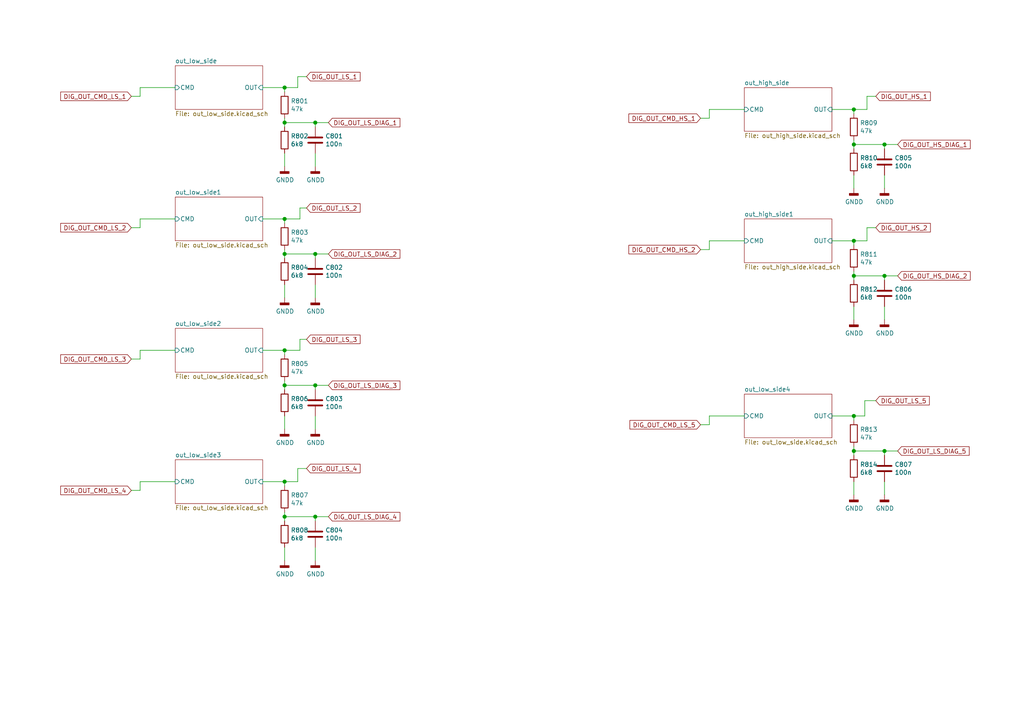
<source format=kicad_sch>
(kicad_sch (version 20211123) (generator eeschema)

  (uuid 6360b7c5-a6d7-4180-8e80-6bad8f9ab2ed)

  (paper "A4")

  (lib_symbols
    (symbol "Device:C" (pin_numbers hide) (pin_names (offset 0.254)) (in_bom yes) (on_board yes)
      (property "Reference" "C" (id 0) (at 0.635 2.54 0)
        (effects (font (size 1.27 1.27)) (justify left))
      )
      (property "Value" "C" (id 1) (at 0.635 -2.54 0)
        (effects (font (size 1.27 1.27)) (justify left))
      )
      (property "Footprint" "" (id 2) (at 0.9652 -3.81 0)
        (effects (font (size 1.27 1.27)) hide)
      )
      (property "Datasheet" "~" (id 3) (at 0 0 0)
        (effects (font (size 1.27 1.27)) hide)
      )
      (property "ki_keywords" "cap capacitor" (id 4) (at 0 0 0)
        (effects (font (size 1.27 1.27)) hide)
      )
      (property "ki_description" "Unpolarized capacitor" (id 5) (at 0 0 0)
        (effects (font (size 1.27 1.27)) hide)
      )
      (property "ki_fp_filters" "C_*" (id 6) (at 0 0 0)
        (effects (font (size 1.27 1.27)) hide)
      )
      (symbol "C_0_1"
        (polyline
          (pts
            (xy -2.032 -0.762)
            (xy 2.032 -0.762)
          )
          (stroke (width 0.508) (type default) (color 0 0 0 0))
          (fill (type none))
        )
        (polyline
          (pts
            (xy -2.032 0.762)
            (xy 2.032 0.762)
          )
          (stroke (width 0.508) (type default) (color 0 0 0 0))
          (fill (type none))
        )
      )
      (symbol "C_1_1"
        (pin passive line (at 0 3.81 270) (length 2.794)
          (name "~" (effects (font (size 1.27 1.27))))
          (number "1" (effects (font (size 1.27 1.27))))
        )
        (pin passive line (at 0 -3.81 90) (length 2.794)
          (name "~" (effects (font (size 1.27 1.27))))
          (number "2" (effects (font (size 1.27 1.27))))
        )
      )
    )
    (symbol "Device:R" (pin_numbers hide) (pin_names (offset 0)) (in_bom yes) (on_board yes)
      (property "Reference" "R" (id 0) (at 2.032 0 90)
        (effects (font (size 1.27 1.27)))
      )
      (property "Value" "R" (id 1) (at 0 0 90)
        (effects (font (size 1.27 1.27)))
      )
      (property "Footprint" "" (id 2) (at -1.778 0 90)
        (effects (font (size 1.27 1.27)) hide)
      )
      (property "Datasheet" "~" (id 3) (at 0 0 0)
        (effects (font (size 1.27 1.27)) hide)
      )
      (property "ki_keywords" "R res resistor" (id 4) (at 0 0 0)
        (effects (font (size 1.27 1.27)) hide)
      )
      (property "ki_description" "Resistor" (id 5) (at 0 0 0)
        (effects (font (size 1.27 1.27)) hide)
      )
      (property "ki_fp_filters" "R_*" (id 6) (at 0 0 0)
        (effects (font (size 1.27 1.27)) hide)
      )
      (symbol "R_0_1"
        (rectangle (start -1.016 -2.54) (end 1.016 2.54)
          (stroke (width 0.254) (type default) (color 0 0 0 0))
          (fill (type none))
        )
      )
      (symbol "R_1_1"
        (pin passive line (at 0 3.81 270) (length 1.27)
          (name "~" (effects (font (size 1.27 1.27))))
          (number "1" (effects (font (size 1.27 1.27))))
        )
        (pin passive line (at 0 -3.81 90) (length 1.27)
          (name "~" (effects (font (size 1.27 1.27))))
          (number "2" (effects (font (size 1.27 1.27))))
        )
      )
    )
    (symbol "power:GNDD" (power) (pin_names (offset 0)) (in_bom yes) (on_board yes)
      (property "Reference" "#PWR" (id 0) (at 0 -6.35 0)
        (effects (font (size 1.27 1.27)) hide)
      )
      (property "Value" "GNDD" (id 1) (at 0 -3.175 0)
        (effects (font (size 1.27 1.27)))
      )
      (property "Footprint" "" (id 2) (at 0 0 0)
        (effects (font (size 1.27 1.27)) hide)
      )
      (property "Datasheet" "" (id 3) (at 0 0 0)
        (effects (font (size 1.27 1.27)) hide)
      )
      (property "ki_keywords" "power-flag" (id 4) (at 0 0 0)
        (effects (font (size 1.27 1.27)) hide)
      )
      (property "ki_description" "Power symbol creates a global label with name \"GNDD\" , digital ground" (id 5) (at 0 0 0)
        (effects (font (size 1.27 1.27)) hide)
      )
      (symbol "GNDD_0_1"
        (rectangle (start -1.27 -1.524) (end 1.27 -2.032)
          (stroke (width 0.254) (type default) (color 0 0 0 0))
          (fill (type outline))
        )
        (polyline
          (pts
            (xy 0 0)
            (xy 0 -1.524)
          )
          (stroke (width 0) (type default) (color 0 0 0 0))
          (fill (type none))
        )
      )
      (symbol "GNDD_1_1"
        (pin power_in line (at 0 0 270) (length 0) hide
          (name "GNDD" (effects (font (size 1.27 1.27))))
          (number "1" (effects (font (size 1.27 1.27))))
        )
      )
    )
  )

  (junction (at 247.65 41.91) (diameter 1.016) (color 0 0 0 0)
    (uuid 0bf800eb-f2d5-423e-8b19-520ef2f4a155)
  )
  (junction (at 247.65 69.85) (diameter 1.016) (color 0 0 0 0)
    (uuid 19b165b4-f5fb-47f0-a984-7b7ffb370056)
  )
  (junction (at 247.65 120.65) (diameter 1.016) (color 0 0 0 0)
    (uuid 269a7af4-73b7-4598-900c-69837bb9cd7e)
  )
  (junction (at 247.65 31.75) (diameter 1.016) (color 0 0 0 0)
    (uuid 2bcf2398-81f3-4114-ae64-1b97f6217a90)
  )
  (junction (at 82.55 35.56) (diameter 1.016) (color 0 0 0 0)
    (uuid 3d6103bb-2562-4c86-863e-06bf4ba2cb86)
  )
  (junction (at 247.65 130.81) (diameter 1.016) (color 0 0 0 0)
    (uuid 479097ab-e3d0-447b-aae4-7b0052552ef6)
  )
  (junction (at 82.55 149.86) (diameter 1.016) (color 0 0 0 0)
    (uuid 56f05713-7180-4e4d-8974-115667201784)
  )
  (junction (at 82.55 25.4) (diameter 1.016) (color 0 0 0 0)
    (uuid 68186617-d0a0-4c59-9cb4-fb6168cf2c27)
  )
  (junction (at 247.65 80.01) (diameter 1.016) (color 0 0 0 0)
    (uuid 69b7a55d-fcf7-4c88-a8e8-8aff20186c63)
  )
  (junction (at 82.55 73.66) (diameter 1.016) (color 0 0 0 0)
    (uuid 71cb4ea9-de6b-4c21-bb56-b5a0aa88bb5e)
  )
  (junction (at 256.54 41.91) (diameter 1.016) (color 0 0 0 0)
    (uuid 7842327e-24cc-4966-bbc6-008891e58a64)
  )
  (junction (at 91.44 149.86) (diameter 1.016) (color 0 0 0 0)
    (uuid 7d830e22-5b15-4106-abc9-fcdc42c188aa)
  )
  (junction (at 91.44 73.66) (diameter 1.016) (color 0 0 0 0)
    (uuid 9cb35d60-e2a6-4cef-b26f-35c25d9959a4)
  )
  (junction (at 82.55 139.7) (diameter 1.016) (color 0 0 0 0)
    (uuid 9f7cc47c-56e9-4e63-9c9a-0b58cfd14c7f)
  )
  (junction (at 82.55 63.5) (diameter 1.016) (color 0 0 0 0)
    (uuid b862642c-ed4b-4559-9556-a95cf75c164f)
  )
  (junction (at 256.54 130.81) (diameter 1.016) (color 0 0 0 0)
    (uuid ba39f310-23c5-4a56-baa7-cf88b08d466d)
  )
  (junction (at 256.54 80.01) (diameter 1.016) (color 0 0 0 0)
    (uuid cbb04d4e-2bbc-4354-bc50-1edc5f88068e)
  )
  (junction (at 82.55 101.6) (diameter 1.016) (color 0 0 0 0)
    (uuid dc4d88b9-34c5-41bf-b3b1-2fac278e5dd5)
  )
  (junction (at 82.55 111.76) (diameter 1.016) (color 0 0 0 0)
    (uuid e621fb0a-a1d3-4881-bd45-bd4cf8c0774d)
  )
  (junction (at 91.44 111.76) (diameter 1.016) (color 0 0 0 0)
    (uuid ec2952dd-055b-4f00-906e-4bdb54383563)
  )
  (junction (at 91.44 35.56) (diameter 1.016) (color 0 0 0 0)
    (uuid ef05591f-673b-4c8c-a0a5-8a246f1538bb)
  )

  (wire (pts (xy 91.44 36.83) (xy 91.44 35.56))
    (stroke (width 0) (type solid) (color 0 0 0 0))
    (uuid 00a7622a-74ec-495e-967d-19e2933ca1d7)
  )
  (wire (pts (xy 256.54 41.91) (xy 260.35 41.91))
    (stroke (width 0) (type solid) (color 0 0 0 0))
    (uuid 03be4a85-03e1-4228-a756-ef2616c17db6)
  )
  (wire (pts (xy 76.2 139.7) (xy 82.55 139.7))
    (stroke (width 0) (type solid) (color 0 0 0 0))
    (uuid 0b4024ea-75ed-4ffc-a905-89eff3aa31e1)
  )
  (wire (pts (xy 82.55 63.5) (xy 82.55 64.77))
    (stroke (width 0) (type solid) (color 0 0 0 0))
    (uuid 0bb6a8a5-09fe-4394-8432-f0878db95a5c)
  )
  (wire (pts (xy 91.44 35.56) (xy 95.25 35.56))
    (stroke (width 0) (type solid) (color 0 0 0 0))
    (uuid 0feb22f6-3401-4a3f-bb59-ccecd170b6ec)
  )
  (wire (pts (xy 91.44 113.03) (xy 91.44 111.76))
    (stroke (width 0) (type solid) (color 0 0 0 0))
    (uuid 10e2ef83-0058-4f68-8807-82f31d7a426a)
  )
  (wire (pts (xy 205.74 120.65) (xy 215.9 120.65))
    (stroke (width 0) (type solid) (color 0 0 0 0))
    (uuid 127bd5a0-d561-46aa-80dc-937e0563c732)
  )
  (wire (pts (xy 205.74 69.85) (xy 215.9 69.85))
    (stroke (width 0) (type solid) (color 0 0 0 0))
    (uuid 1350fc9d-ea01-4c20-a362-629287af3cbe)
  )
  (wire (pts (xy 40.64 142.24) (xy 40.64 139.7))
    (stroke (width 0) (type solid) (color 0 0 0 0))
    (uuid 14b4e818-ad14-4661-8108-9b458a60a3a9)
  )
  (wire (pts (xy 247.65 80.01) (xy 256.54 80.01))
    (stroke (width 0) (type solid) (color 0 0 0 0))
    (uuid 1a0362c0-6931-49ca-aa25-c92162f9cce1)
  )
  (wire (pts (xy 256.54 43.18) (xy 256.54 41.91))
    (stroke (width 0) (type solid) (color 0 0 0 0))
    (uuid 230b6256-1c53-4dc3-959b-133ac5cd052d)
  )
  (wire (pts (xy 256.54 132.08) (xy 256.54 130.81))
    (stroke (width 0) (type solid) (color 0 0 0 0))
    (uuid 288573a7-01af-4522-9f56-cba9386db683)
  )
  (wire (pts (xy 82.55 111.76) (xy 91.44 111.76))
    (stroke (width 0) (type solid) (color 0 0 0 0))
    (uuid 2c65c590-edcb-4e47-8660-1468507f84f4)
  )
  (wire (pts (xy 247.65 50.8) (xy 247.65 54.61))
    (stroke (width 0) (type solid) (color 0 0 0 0))
    (uuid 2d628cdc-8bfd-41bd-a543-f7a332478a6d)
  )
  (wire (pts (xy 247.65 139.7) (xy 247.65 143.51))
    (stroke (width 0) (type solid) (color 0 0 0 0))
    (uuid 2dac5082-5d42-4e4e-ac0d-ed4ac005809d)
  )
  (wire (pts (xy 38.1 104.14) (xy 40.64 104.14))
    (stroke (width 0) (type solid) (color 0 0 0 0))
    (uuid 314f682c-207f-461f-8b94-90faea04f855)
  )
  (wire (pts (xy 82.55 111.76) (xy 82.55 113.03))
    (stroke (width 0) (type solid) (color 0 0 0 0))
    (uuid 35869102-a8a8-4f6f-a7c4-a9a430470135)
  )
  (wire (pts (xy 82.55 158.75) (xy 82.55 162.56))
    (stroke (width 0) (type solid) (color 0 0 0 0))
    (uuid 3a0b2e6f-09c0-473d-9ce1-3178fd25d1d0)
  )
  (wire (pts (xy 40.64 25.4) (xy 50.8 25.4))
    (stroke (width 0) (type solid) (color 0 0 0 0))
    (uuid 3ba043df-d0f5-452c-a391-91bd57151682)
  )
  (wire (pts (xy 82.55 149.86) (xy 82.55 151.13))
    (stroke (width 0) (type solid) (color 0 0 0 0))
    (uuid 3c4ed8ee-d0ef-454a-93e9-e2f02a1e168e)
  )
  (wire (pts (xy 247.65 78.74) (xy 247.65 80.01))
    (stroke (width 0) (type solid) (color 0 0 0 0))
    (uuid 3c672be6-59cd-4738-8740-d9bc7b6792c7)
  )
  (wire (pts (xy 241.3 69.85) (xy 247.65 69.85))
    (stroke (width 0) (type solid) (color 0 0 0 0))
    (uuid 3ee37f3b-c76e-461e-9225-a15a0286ded3)
  )
  (wire (pts (xy 86.995 60.325) (xy 86.995 63.5))
    (stroke (width 0) (type solid) (color 0 0 0 0))
    (uuid 442d9eff-aa10-493e-bf5d-b1bc99115376)
  )
  (wire (pts (xy 88.9 60.325) (xy 86.995 60.325))
    (stroke (width 0) (type solid) (color 0 0 0 0))
    (uuid 442d9eff-aa10-493e-bf5d-b1bc99115377)
  )
  (wire (pts (xy 91.44 44.45) (xy 91.44 48.26))
    (stroke (width 0) (type solid) (color 0 0 0 0))
    (uuid 46428ca4-eedd-4e0b-a278-3d19a8c4ad84)
  )
  (wire (pts (xy 247.65 31.75) (xy 247.65 33.02))
    (stroke (width 0) (type solid) (color 0 0 0 0))
    (uuid 473fc144-eea9-477b-9c35-7181612c6165)
  )
  (wire (pts (xy 86.36 135.89) (xy 86.36 139.7))
    (stroke (width 0) (type solid) (color 0 0 0 0))
    (uuid 4963f1b9-14fe-4b50-a684-94a4dc021b5c)
  )
  (wire (pts (xy 88.9 135.89) (xy 86.36 135.89))
    (stroke (width 0) (type solid) (color 0 0 0 0))
    (uuid 4963f1b9-14fe-4b50-a684-94a4dc021b5d)
  )
  (wire (pts (xy 91.44 82.55) (xy 91.44 86.36))
    (stroke (width 0) (type solid) (color 0 0 0 0))
    (uuid 4a0d2034-0989-4884-9f1d-6a30b51d6ea1)
  )
  (wire (pts (xy 76.2 101.6) (xy 82.55 101.6))
    (stroke (width 0) (type solid) (color 0 0 0 0))
    (uuid 4c18e23a-749a-43d0-8e78-2e7a082f0037)
  )
  (wire (pts (xy 251.46 27.94) (xy 251.46 31.75))
    (stroke (width 0) (type solid) (color 0 0 0 0))
    (uuid 50f30208-7f63-403f-a7e6-5650447ac96f)
  )
  (wire (pts (xy 254 27.94) (xy 251.46 27.94))
    (stroke (width 0) (type solid) (color 0 0 0 0))
    (uuid 50f30208-7f63-403f-a7e6-5650447ac970)
  )
  (wire (pts (xy 241.3 31.75) (xy 247.65 31.75))
    (stroke (width 0) (type solid) (color 0 0 0 0))
    (uuid 525d4a13-970b-408c-92c7-f85f1fbabcf1)
  )
  (wire (pts (xy 91.44 158.75) (xy 91.44 162.56))
    (stroke (width 0) (type solid) (color 0 0 0 0))
    (uuid 55467175-8a0c-4051-a14e-d093586cb02d)
  )
  (wire (pts (xy 247.65 41.91) (xy 256.54 41.91))
    (stroke (width 0) (type solid) (color 0 0 0 0))
    (uuid 5836a4ef-4f8f-4548-a6c7-24e3b4923796)
  )
  (wire (pts (xy 247.65 88.9) (xy 247.65 92.71))
    (stroke (width 0) (type solid) (color 0 0 0 0))
    (uuid 585f1fd3-5530-4dcb-a928-1f718cc5d604)
  )
  (wire (pts (xy 38.1 27.94) (xy 40.64 27.94))
    (stroke (width 0) (type solid) (color 0 0 0 0))
    (uuid 59323b06-9909-411c-b2d5-424286ab714a)
  )
  (wire (pts (xy 82.55 120.65) (xy 82.55 124.46))
    (stroke (width 0) (type solid) (color 0 0 0 0))
    (uuid 62d15d50-0e45-4a61-8251-284d2abba456)
  )
  (wire (pts (xy 247.65 69.85) (xy 247.65 71.12))
    (stroke (width 0) (type solid) (color 0 0 0 0))
    (uuid 6af7bb14-1ee1-4e24-b8e4-a97c838dc308)
  )
  (wire (pts (xy 205.74 34.29) (xy 205.74 31.75))
    (stroke (width 0) (type solid) (color 0 0 0 0))
    (uuid 6e191844-83f4-408b-b361-7b2cf30798d0)
  )
  (wire (pts (xy 256.54 88.9) (xy 256.54 92.71))
    (stroke (width 0) (type solid) (color 0 0 0 0))
    (uuid 705b18f9-cc82-465e-9bb0-b7c7bf41e1e6)
  )
  (wire (pts (xy 241.3 120.65) (xy 247.65 120.65))
    (stroke (width 0) (type solid) (color 0 0 0 0))
    (uuid 7388cfd9-b9ba-4614-9f56-41ad6f88507a)
  )
  (wire (pts (xy 82.55 139.7) (xy 86.36 139.7))
    (stroke (width 0) (type solid) (color 0 0 0 0))
    (uuid 74e9ed62-0f57-4845-ba66-25b4a642b4d4)
  )
  (wire (pts (xy 247.65 129.54) (xy 247.65 130.81))
    (stroke (width 0) (type solid) (color 0 0 0 0))
    (uuid 7ad1ee1b-0584-4571-8b1d-f0dfc655a1a0)
  )
  (wire (pts (xy 247.65 120.65) (xy 250.825 120.65))
    (stroke (width 0) (type solid) (color 0 0 0 0))
    (uuid 7dac5398-6ad4-4f4e-a22f-afdfe5c39032)
  )
  (wire (pts (xy 247.65 41.91) (xy 247.65 43.18))
    (stroke (width 0) (type solid) (color 0 0 0 0))
    (uuid 7fbc04a0-a47f-4a4c-945c-72041187cb43)
  )
  (wire (pts (xy 82.55 25.4) (xy 86.36 25.4))
    (stroke (width 0) (type solid) (color 0 0 0 0))
    (uuid 805db67a-dc56-45a9-8880-b6443fc2edcc)
  )
  (wire (pts (xy 205.74 31.75) (xy 215.9 31.75))
    (stroke (width 0) (type solid) (color 0 0 0 0))
    (uuid 8832e5c1-9edf-4eff-90f2-6fe04afe278c)
  )
  (wire (pts (xy 40.64 27.94) (xy 40.64 25.4))
    (stroke (width 0) (type solid) (color 0 0 0 0))
    (uuid 8c1b7f3f-3dc1-477d-8379-7e365322cde5)
  )
  (wire (pts (xy 86.36 22.225) (xy 86.36 25.4))
    (stroke (width 0) (type solid) (color 0 0 0 0))
    (uuid 8d3feea5-7bd6-4abb-8e61-e155c7e4da3e)
  )
  (wire (pts (xy 88.9 22.225) (xy 86.36 22.225))
    (stroke (width 0) (type solid) (color 0 0 0 0))
    (uuid 8d3feea5-7bd6-4abb-8e61-e155c7e4da3f)
  )
  (wire (pts (xy 91.44 74.93) (xy 91.44 73.66))
    (stroke (width 0) (type solid) (color 0 0 0 0))
    (uuid 90609730-ba7f-49be-a8c0-9fad59b444f3)
  )
  (wire (pts (xy 82.55 148.59) (xy 82.55 149.86))
    (stroke (width 0) (type solid) (color 0 0 0 0))
    (uuid 912630a2-1399-4ff2-95ed-c87779261a14)
  )
  (wire (pts (xy 82.55 149.86) (xy 91.44 149.86))
    (stroke (width 0) (type solid) (color 0 0 0 0))
    (uuid 94e693c0-cda8-4be8-b458-d439a32adfcf)
  )
  (wire (pts (xy 205.74 123.19) (xy 205.74 120.65))
    (stroke (width 0) (type solid) (color 0 0 0 0))
    (uuid 9c62356d-4c29-484d-9054-6152711b68d6)
  )
  (wire (pts (xy 82.55 63.5) (xy 86.995 63.5))
    (stroke (width 0) (type solid) (color 0 0 0 0))
    (uuid 9dc974c7-23bf-425c-ae3d-331c3b837ce7)
  )
  (wire (pts (xy 76.2 25.4) (xy 82.55 25.4))
    (stroke (width 0) (type solid) (color 0 0 0 0))
    (uuid a526e63e-93fe-4e04-a2b4-f19332082bbc)
  )
  (wire (pts (xy 203.2 123.19) (xy 205.74 123.19))
    (stroke (width 0) (type solid) (color 0 0 0 0))
    (uuid a52aa204-cde5-467c-a59b-dca468deceae)
  )
  (wire (pts (xy 82.55 139.7) (xy 82.55 140.97))
    (stroke (width 0) (type solid) (color 0 0 0 0))
    (uuid a7edf1c0-0083-45fa-9ead-49e92dea081a)
  )
  (wire (pts (xy 91.44 149.86) (xy 95.25 149.86))
    (stroke (width 0) (type solid) (color 0 0 0 0))
    (uuid a8c45c5a-4b88-4ab8-b043-c510b5e31010)
  )
  (wire (pts (xy 82.55 44.45) (xy 82.55 48.26))
    (stroke (width 0) (type solid) (color 0 0 0 0))
    (uuid ac5d958b-b113-4e6e-ad1b-62c76a1a2dfe)
  )
  (wire (pts (xy 82.55 34.29) (xy 82.55 35.56))
    (stroke (width 0) (type solid) (color 0 0 0 0))
    (uuid b0398208-9e69-4b03-9496-b1a4d931b7f4)
  )
  (wire (pts (xy 82.55 25.4) (xy 82.55 26.67))
    (stroke (width 0) (type solid) (color 0 0 0 0))
    (uuid b232769f-8094-4293-af14-5aa7dff7517d)
  )
  (wire (pts (xy 82.55 101.6) (xy 86.995 101.6))
    (stroke (width 0) (type solid) (color 0 0 0 0))
    (uuid b753e495-55d9-495c-9906-b152f466f961)
  )
  (wire (pts (xy 82.55 72.39) (xy 82.55 73.66))
    (stroke (width 0) (type solid) (color 0 0 0 0))
    (uuid b75e43c6-378e-43bd-ba47-cdd39fbe1777)
  )
  (wire (pts (xy 38.1 142.24) (xy 40.64 142.24))
    (stroke (width 0) (type solid) (color 0 0 0 0))
    (uuid bc23f741-293b-4957-b979-6bac4a2ae527)
  )
  (wire (pts (xy 247.65 31.75) (xy 251.46 31.75))
    (stroke (width 0) (type solid) (color 0 0 0 0))
    (uuid bd2dbe76-900c-4466-acea-afcd7cfefff2)
  )
  (wire (pts (xy 40.64 101.6) (xy 50.8 101.6))
    (stroke (width 0) (type solid) (color 0 0 0 0))
    (uuid c03a6d4d-e323-4d6e-ad98-7d334f053837)
  )
  (wire (pts (xy 91.44 73.66) (xy 95.25 73.66))
    (stroke (width 0) (type solid) (color 0 0 0 0))
    (uuid c03b8a05-bd83-49a0-88a9-c88990a130bb)
  )
  (wire (pts (xy 203.2 34.29) (xy 205.74 34.29))
    (stroke (width 0) (type solid) (color 0 0 0 0))
    (uuid c2345158-4af5-49dd-ae01-3cf92b9d640f)
  )
  (wire (pts (xy 91.44 120.65) (xy 91.44 124.46))
    (stroke (width 0) (type solid) (color 0 0 0 0))
    (uuid c326ea5c-d462-4c2f-ae56-f6b09f152eb5)
  )
  (wire (pts (xy 82.55 82.55) (xy 82.55 86.36))
    (stroke (width 0) (type solid) (color 0 0 0 0))
    (uuid c3d8c211-14f5-4e5d-9e35-f40b75d82a56)
  )
  (wire (pts (xy 76.2 63.5) (xy 82.55 63.5))
    (stroke (width 0) (type solid) (color 0 0 0 0))
    (uuid c4ec1882-ad5e-4447-a8c4-223015efc08f)
  )
  (wire (pts (xy 256.54 139.7) (xy 256.54 143.51))
    (stroke (width 0) (type solid) (color 0 0 0 0))
    (uuid c8148c69-de9d-4cf0-8da3-5ccd20bebdd2)
  )
  (wire (pts (xy 247.65 120.65) (xy 247.65 121.92))
    (stroke (width 0) (type solid) (color 0 0 0 0))
    (uuid d2b270b8-f419-4a7f-af1d-dc20e9f316d4)
  )
  (wire (pts (xy 250.825 116.205) (xy 250.825 120.65))
    (stroke (width 0) (type solid) (color 0 0 0 0))
    (uuid d31aa36c-570f-4d00-a7d4-48ecbccf1158)
  )
  (wire (pts (xy 254 116.205) (xy 250.825 116.205))
    (stroke (width 0) (type solid) (color 0 0 0 0))
    (uuid d31aa36c-570f-4d00-a7d4-48ecbccf1159)
  )
  (wire (pts (xy 82.55 35.56) (xy 91.44 35.56))
    (stroke (width 0) (type solid) (color 0 0 0 0))
    (uuid d4bca801-75a4-44ea-9b5a-7c6dc3258cad)
  )
  (wire (pts (xy 82.55 110.49) (xy 82.55 111.76))
    (stroke (width 0) (type solid) (color 0 0 0 0))
    (uuid d62c9ca0-703d-4ef0-9dba-41bf90cebc13)
  )
  (wire (pts (xy 256.54 80.01) (xy 260.35 80.01))
    (stroke (width 0) (type solid) (color 0 0 0 0))
    (uuid d6f84746-4baf-4faf-b204-e09de3e9b9a3)
  )
  (wire (pts (xy 40.64 63.5) (xy 50.8 63.5))
    (stroke (width 0) (type solid) (color 0 0 0 0))
    (uuid d72d750b-cbfc-4476-b819-a39748154dc9)
  )
  (wire (pts (xy 91.44 111.76) (xy 95.25 111.76))
    (stroke (width 0) (type solid) (color 0 0 0 0))
    (uuid d764af1a-938c-45dd-99ea-7e3dace829e3)
  )
  (wire (pts (xy 256.54 50.8) (xy 256.54 54.61))
    (stroke (width 0) (type solid) (color 0 0 0 0))
    (uuid da0d94a5-a3d8-477a-bcde-c81fbdd24137)
  )
  (wire (pts (xy 247.65 40.64) (xy 247.65 41.91))
    (stroke (width 0) (type solid) (color 0 0 0 0))
    (uuid db39d6d4-943b-426b-9907-70d935b66633)
  )
  (wire (pts (xy 38.1 66.04) (xy 40.64 66.04))
    (stroke (width 0) (type solid) (color 0 0 0 0))
    (uuid dbb7139b-4d52-4ff5-bc3f-f382a8df58fc)
  )
  (wire (pts (xy 82.55 35.56) (xy 82.55 36.83))
    (stroke (width 0) (type solid) (color 0 0 0 0))
    (uuid de2c09b9-c361-4c5a-ba22-dbe6e2a2b876)
  )
  (wire (pts (xy 82.55 73.66) (xy 91.44 73.66))
    (stroke (width 0) (type solid) (color 0 0 0 0))
    (uuid de61ff4e-d63f-43dc-b87b-cdc4cd8b40b8)
  )
  (wire (pts (xy 40.64 139.7) (xy 50.8 139.7))
    (stroke (width 0) (type solid) (color 0 0 0 0))
    (uuid e0be78ab-6cf7-426d-afcf-622b759b4f95)
  )
  (wire (pts (xy 40.64 66.04) (xy 40.64 63.5))
    (stroke (width 0) (type solid) (color 0 0 0 0))
    (uuid e73e656f-a714-47ca-ad83-9c975d245bc8)
  )
  (wire (pts (xy 256.54 130.81) (xy 260.35 130.81))
    (stroke (width 0) (type solid) (color 0 0 0 0))
    (uuid e7a5ea12-f6b3-45e9-964a-dbee3704fef0)
  )
  (wire (pts (xy 82.55 73.66) (xy 82.55 74.93))
    (stroke (width 0) (type solid) (color 0 0 0 0))
    (uuid e948be3d-62de-4d08-8dff-304b09b5c8c4)
  )
  (wire (pts (xy 205.74 72.39) (xy 205.74 69.85))
    (stroke (width 0) (type solid) (color 0 0 0 0))
    (uuid eaa7794c-9aa1-40b7-b2bd-24a6596f61c6)
  )
  (wire (pts (xy 247.65 130.81) (xy 247.65 132.08))
    (stroke (width 0) (type solid) (color 0 0 0 0))
    (uuid ed25463c-3dd3-4a7b-90e6-4811bd6fd37a)
  )
  (wire (pts (xy 40.64 104.14) (xy 40.64 101.6))
    (stroke (width 0) (type solid) (color 0 0 0 0))
    (uuid eebc02a3-0e0a-4a00-adb7-d65437accc61)
  )
  (wire (pts (xy 247.65 69.85) (xy 251.46 69.85))
    (stroke (width 0) (type solid) (color 0 0 0 0))
    (uuid eef9cabd-045c-402e-8682-550e0f0e8b95)
  )
  (wire (pts (xy 203.2 72.39) (xy 205.74 72.39))
    (stroke (width 0) (type solid) (color 0 0 0 0))
    (uuid f0779d68-79db-4b6a-a87c-7243cebf6352)
  )
  (wire (pts (xy 247.65 80.01) (xy 247.65 81.28))
    (stroke (width 0) (type solid) (color 0 0 0 0))
    (uuid f121eaac-68b0-4f2b-a279-ccd05781232f)
  )
  (wire (pts (xy 251.46 66.04) (xy 251.46 69.85))
    (stroke (width 0) (type solid) (color 0 0 0 0))
    (uuid f4d6798c-43c5-4d44-b6a3-d197fa926941)
  )
  (wire (pts (xy 254 66.04) (xy 251.46 66.04))
    (stroke (width 0) (type solid) (color 0 0 0 0))
    (uuid f4d6798c-43c5-4d44-b6a3-d197fa926942)
  )
  (wire (pts (xy 82.55 101.6) (xy 82.55 102.87))
    (stroke (width 0) (type solid) (color 0 0 0 0))
    (uuid f5208142-1277-4eb2-a5f2-568f6e75ce22)
  )
  (wire (pts (xy 86.995 98.425) (xy 86.995 101.6))
    (stroke (width 0) (type solid) (color 0 0 0 0))
    (uuid fc2770dd-f3cd-4c7c-ac2b-00841ee8de3d)
  )
  (wire (pts (xy 88.9 98.425) (xy 86.995 98.425))
    (stroke (width 0) (type solid) (color 0 0 0 0))
    (uuid fc2770dd-f3cd-4c7c-ac2b-00841ee8de3e)
  )
  (wire (pts (xy 91.44 151.13) (xy 91.44 149.86))
    (stroke (width 0) (type solid) (color 0 0 0 0))
    (uuid fcb30514-6e10-4d02-bbda-34583d511294)
  )
  (wire (pts (xy 256.54 81.28) (xy 256.54 80.01))
    (stroke (width 0) (type solid) (color 0 0 0 0))
    (uuid fcfe4514-3ee1-4755-ae3f-ed594e91d5da)
  )
  (wire (pts (xy 247.65 130.81) (xy 256.54 130.81))
    (stroke (width 0) (type solid) (color 0 0 0 0))
    (uuid fda5ae50-ed7a-44a0-ac11-eeb5bd785a9b)
  )

  (global_label "DIG_OUT_LS_2" (shape input) (at 88.9 60.325 0)
    (effects (font (size 1.27 1.27)) (justify left))
    (uuid 0bd7c62a-e98c-4187-8004-5523e2dfdee3)
    (property "Intersheet References" "${INTERSHEET_REFS}" (id 0) (at 111.1614 60.2456 0)
      (effects (font (size 1.27 1.27)) (justify left) hide)
    )
  )
  (global_label "DIG_OUT_CMD_LS_2" (shape input) (at 38.1 66.04 180)
    (effects (font (size 1.27 1.27)) (justify right))
    (uuid 0cec7418-fb70-417f-8490-e927ddbf16b5)
    (property "Intersheet References" "${INTERSHEET_REFS}" (id 0) (at 16.0805 65.9606 0)
      (effects (font (size 1.27 1.27)) (justify right) hide)
    )
  )
  (global_label "DIG_OUT_CMD_LS_5" (shape input) (at 203.2 123.19 180)
    (effects (font (size 1.27 1.27)) (justify right))
    (uuid 19035ee8-6551-4f38-8dab-979da7d14fce)
    (property "Intersheet References" "${INTERSHEET_REFS}" (id 0) (at 181.1805 123.1106 0)
      (effects (font (size 1.27 1.27)) (justify right) hide)
    )
  )
  (global_label "DIG_OUT_HS_2" (shape input) (at 254 66.04 0)
    (effects (font (size 1.27 1.27)) (justify left))
    (uuid 275ecbe9-1222-47e3-b8bf-15462920f16a)
    (property "Intersheet References" "${INTERSHEET_REFS}" (id 0) (at 276.2614 65.9606 0)
      (effects (font (size 1.27 1.27)) (justify left) hide)
    )
  )
  (global_label "DIG_OUT_LS_DIAG_1" (shape input) (at 95.25 35.56 0)
    (effects (font (size 1.27 1.27)) (justify left))
    (uuid 5c5ff57e-4b0e-4d39-bf67-7f9ed20f255c)
    (property "Intersheet References" "${INTERSHEET_REFS}" (id 0) (at 117.5114 35.4806 0)
      (effects (font (size 1.27 1.27)) (justify left) hide)
    )
  )
  (global_label "DIG_OUT_HS_DIAG_2" (shape input) (at 260.35 80.01 0)
    (effects (font (size 1.27 1.27)) (justify left))
    (uuid 838805b2-5fee-455f-8c54-a25c54416934)
    (property "Intersheet References" "${INTERSHEET_REFS}" (id 0) (at 282.9138 79.9306 0)
      (effects (font (size 1.27 1.27)) (justify left) hide)
    )
  )
  (global_label "DIG_OUT_LS_1" (shape input) (at 88.9 22.225 0)
    (effects (font (size 1.27 1.27)) (justify left))
    (uuid 8f527ff0-0123-4243-a2ed-b8a92b73eb80)
    (property "Intersheet References" "${INTERSHEET_REFS}" (id 0) (at 111.1614 22.1456 0)
      (effects (font (size 1.27 1.27)) (justify left) hide)
    )
  )
  (global_label "DIG_OUT_CMD_LS_3" (shape input) (at 38.1 104.14 180)
    (effects (font (size 1.27 1.27)) (justify right))
    (uuid 9a1272b3-9fe6-4e1c-966e-03b9410fca46)
    (property "Intersheet References" "${INTERSHEET_REFS}" (id 0) (at 16.0805 104.0606 0)
      (effects (font (size 1.27 1.27)) (justify right) hide)
    )
  )
  (global_label "DIG_OUT_CMD_HS_1" (shape input) (at 203.2 34.29 180)
    (effects (font (size 1.27 1.27)) (justify right))
    (uuid 9ec54c5e-282e-4a01-833c-5db3d80eb69d)
    (property "Intersheet References" "${INTERSHEET_REFS}" (id 0) (at 180.8781 34.2106 0)
      (effects (font (size 1.27 1.27)) (justify right) hide)
    )
  )
  (global_label "DIG_OUT_LS_DIAG_2" (shape input) (at 95.25 73.66 0)
    (effects (font (size 1.27 1.27)) (justify left))
    (uuid a1525fd5-835d-44a1-b1e0-6d7fe6e89ad6)
    (property "Intersheet References" "${INTERSHEET_REFS}" (id 0) (at 117.5114 73.5806 0)
      (effects (font (size 1.27 1.27)) (justify left) hide)
    )
  )
  (global_label "DIG_OUT_LS_3" (shape input) (at 88.9 98.425 0)
    (effects (font (size 1.27 1.27)) (justify left))
    (uuid a54b790d-f71d-42d9-8df2-94dc8a14dc4e)
    (property "Intersheet References" "${INTERSHEET_REFS}" (id 0) (at 111.1614 98.3456 0)
      (effects (font (size 1.27 1.27)) (justify left) hide)
    )
  )
  (global_label "DIG_OUT_CMD_LS_4" (shape input) (at 38.1 142.24 180)
    (effects (font (size 1.27 1.27)) (justify right))
    (uuid a8cc6d33-75e4-46d1-a393-d57a39e5a9dd)
    (property "Intersheet References" "${INTERSHEET_REFS}" (id 0) (at 16.0805 142.1606 0)
      (effects (font (size 1.27 1.27)) (justify right) hide)
    )
  )
  (global_label "DIG_OUT_LS_DIAG_5" (shape input) (at 260.35 130.81 0)
    (effects (font (size 1.27 1.27)) (justify left))
    (uuid abc4d556-c121-4fb8-96ab-07d0a9adb174)
    (property "Intersheet References" "${INTERSHEET_REFS}" (id 0) (at 282.6114 130.7306 0)
      (effects (font (size 1.27 1.27)) (justify left) hide)
    )
  )
  (global_label "DIG_OUT_LS_DIAG_3" (shape input) (at 95.25 111.76 0)
    (effects (font (size 1.27 1.27)) (justify left))
    (uuid afe67aee-8dc7-4b32-a6d7-4fdd984f3792)
    (property "Intersheet References" "${INTERSHEET_REFS}" (id 0) (at 117.5114 111.6806 0)
      (effects (font (size 1.27 1.27)) (justify left) hide)
    )
  )
  (global_label "DIG_OUT_HS_1" (shape input) (at 254 27.94 0)
    (effects (font (size 1.27 1.27)) (justify left))
    (uuid b45d41f6-eef6-4d9e-9768-1644bf40d1fd)
    (property "Intersheet References" "${INTERSHEET_REFS}" (id 0) (at 276.2614 27.8606 0)
      (effects (font (size 1.27 1.27)) (justify left) hide)
    )
  )
  (global_label "DIG_OUT_LS_5" (shape input) (at 254 116.205 0)
    (effects (font (size 1.27 1.27)) (justify left))
    (uuid bb1a0402-d81d-48fc-9aa4-405ff5fd4e3b)
    (property "Intersheet References" "${INTERSHEET_REFS}" (id 0) (at 276.2614 116.1256 0)
      (effects (font (size 1.27 1.27)) (justify left) hide)
    )
  )
  (global_label "DIG_OUT_CMD_HS_2" (shape input) (at 203.2 72.39 180)
    (effects (font (size 1.27 1.27)) (justify right))
    (uuid c373e6bc-b3dd-431f-80e7-5db9024a356d)
    (property "Intersheet References" "${INTERSHEET_REFS}" (id 0) (at 180.8781 72.3106 0)
      (effects (font (size 1.27 1.27)) (justify right) hide)
    )
  )
  (global_label "DIG_OUT_LS_4" (shape input) (at 88.9 135.89 0)
    (effects (font (size 1.27 1.27)) (justify left))
    (uuid c40521c1-cf7e-4b95-982c-ce3d8a2766c9)
    (property "Intersheet References" "${INTERSHEET_REFS}" (id 0) (at 111.1614 135.8106 0)
      (effects (font (size 1.27 1.27)) (justify left) hide)
    )
  )
  (global_label "DIG_OUT_HS_DIAG_1" (shape input) (at 260.35 41.91 0)
    (effects (font (size 1.27 1.27)) (justify left))
    (uuid c85611c9-a2ab-45ec-bcd6-269b88737fe8)
    (property "Intersheet References" "${INTERSHEET_REFS}" (id 0) (at 282.9138 41.8306 0)
      (effects (font (size 1.27 1.27)) (justify left) hide)
    )
  )
  (global_label "DIG_OUT_CMD_LS_1" (shape input) (at 38.1 27.94 180)
    (effects (font (size 1.27 1.27)) (justify right))
    (uuid e2bf9e18-fe9a-432e-bbb7-f9cf7a0a39ff)
    (property "Intersheet References" "${INTERSHEET_REFS}" (id 0) (at 16.0805 27.8606 0)
      (effects (font (size 1.27 1.27)) (justify right) hide)
    )
  )
  (global_label "DIG_OUT_LS_DIAG_4" (shape input) (at 95.25 149.86 0)
    (effects (font (size 1.27 1.27)) (justify left))
    (uuid f38c4fae-dc25-461b-9f11-0d3f9d8f2302)
    (property "Intersheet References" "${INTERSHEET_REFS}" (id 0) (at 117.5114 149.7806 0)
      (effects (font (size 1.27 1.27)) (justify left) hide)
    )
  )

  (symbol (lib_id "power:GNDD") (at 82.55 162.56 0) (unit 1)
    (in_bom yes) (on_board yes)
    (uuid 0b5ff9e5-5333-4cb8-9b55-b1fa726ae08b)
    (property "Reference" "#PWR0804" (id 0) (at 82.55 168.91 0)
      (effects (font (size 1.27 1.27)) hide)
    )
    (property "Value" "GNDD" (id 1) (at 82.6516 166.497 0))
    (property "Footprint" "" (id 2) (at 82.55 162.56 0)
      (effects (font (size 1.27 1.27)) hide)
    )
    (property "Datasheet" "" (id 3) (at 82.55 162.56 0)
      (effects (font (size 1.27 1.27)) hide)
    )
    (pin "1" (uuid 51fa8ba1-d0b4-4d1e-940e-6fc4d249fe24))
  )

  (symbol (lib_id "power:GNDD") (at 91.44 124.46 0) (unit 1)
    (in_bom yes) (on_board yes)
    (uuid 1419b880-d554-4531-9526-c3a905fa9f1e)
    (property "Reference" "#PWR0807" (id 0) (at 91.44 130.81 0)
      (effects (font (size 1.27 1.27)) hide)
    )
    (property "Value" "GNDD" (id 1) (at 91.5416 128.397 0))
    (property "Footprint" "" (id 2) (at 91.44 124.46 0)
      (effects (font (size 1.27 1.27)) hide)
    )
    (property "Datasheet" "" (id 3) (at 91.44 124.46 0)
      (effects (font (size 1.27 1.27)) hide)
    )
    (pin "1" (uuid d77fef17-006f-4d5b-927f-f16df0bd1b43))
  )

  (symbol (lib_id "Device:R") (at 82.55 106.68 0) (unit 1)
    (in_bom yes) (on_board yes)
    (uuid 22062f29-dc64-4536-bf97-88df1f3a3816)
    (property "Reference" "R805" (id 0) (at 84.328 105.5116 0)
      (effects (font (size 1.27 1.27)) (justify left))
    )
    (property "Value" "47k" (id 1) (at 84.328 107.823 0)
      (effects (font (size 1.27 1.27)) (justify left))
    )
    (property "Footprint" "Resistor_SMD:R_0603_1608Metric" (id 2) (at 80.772 106.68 90)
      (effects (font (size 1.27 1.27)) hide)
    )
    (property "Datasheet" "~" (id 3) (at 82.55 106.68 0)
      (effects (font (size 1.27 1.27)) hide)
    )
    (pin "1" (uuid 542264cc-08ea-4d2c-a3c8-f5119d9e10cc))
    (pin "2" (uuid 2fd5ad10-ea0f-482d-8f7e-b7e7fc2b0cc0))
  )

  (symbol (lib_id "power:GNDD") (at 256.54 143.51 0) (unit 1)
    (in_bom yes) (on_board yes)
    (uuid 3292cc87-097a-421b-a85d-4a805cfd3d30)
    (property "Reference" "#PWR0814" (id 0) (at 256.54 149.86 0)
      (effects (font (size 1.27 1.27)) hide)
    )
    (property "Value" "GNDD" (id 1) (at 256.6416 147.447 0))
    (property "Footprint" "" (id 2) (at 256.54 143.51 0)
      (effects (font (size 1.27 1.27)) hide)
    )
    (property "Datasheet" "" (id 3) (at 256.54 143.51 0)
      (effects (font (size 1.27 1.27)) hide)
    )
    (pin "1" (uuid 051694ef-5ae4-412a-bf96-8c2f14f4cdad))
  )

  (symbol (lib_id "Device:R") (at 82.55 144.78 0) (unit 1)
    (in_bom yes) (on_board yes)
    (uuid 358529e3-567e-4b36-84e3-58b7c8cb596c)
    (property "Reference" "R807" (id 0) (at 84.328 143.6116 0)
      (effects (font (size 1.27 1.27)) (justify left))
    )
    (property "Value" "47k" (id 1) (at 84.328 145.923 0)
      (effects (font (size 1.27 1.27)) (justify left))
    )
    (property "Footprint" "Resistor_SMD:R_0603_1608Metric" (id 2) (at 80.772 144.78 90)
      (effects (font (size 1.27 1.27)) hide)
    )
    (property "Datasheet" "~" (id 3) (at 82.55 144.78 0)
      (effects (font (size 1.27 1.27)) hide)
    )
    (pin "1" (uuid 9d1162b9-1525-41e5-a321-3f1d43d5fbcc))
    (pin "2" (uuid bd187377-5abd-4773-a311-c0043b9632c4))
  )

  (symbol (lib_id "Device:R") (at 247.65 85.09 0) (unit 1)
    (in_bom yes) (on_board yes)
    (uuid 35c78e15-7e8d-4512-9142-3ffe5ef9f5f2)
    (property "Reference" "R812" (id 0) (at 249.428 83.9216 0)
      (effects (font (size 1.27 1.27)) (justify left))
    )
    (property "Value" "6k8" (id 1) (at 249.428 86.233 0)
      (effects (font (size 1.27 1.27)) (justify left))
    )
    (property "Footprint" "Resistor_SMD:R_0603_1608Metric" (id 2) (at 245.872 85.09 90)
      (effects (font (size 1.27 1.27)) hide)
    )
    (property "Datasheet" "~" (id 3) (at 247.65 85.09 0)
      (effects (font (size 1.27 1.27)) hide)
    )
    (pin "1" (uuid 413d1f21-5453-4b09-af26-da28c78ba6a0))
    (pin "2" (uuid 7e12cda8-55de-4ba2-a1d1-26ffd5c7b674))
  )

  (symbol (lib_id "power:GNDD") (at 256.54 54.61 0) (unit 1)
    (in_bom yes) (on_board yes)
    (uuid 380b716a-54c5-4673-810d-726b33ce1578)
    (property "Reference" "#PWR0812" (id 0) (at 256.54 60.96 0)
      (effects (font (size 1.27 1.27)) hide)
    )
    (property "Value" "GNDD" (id 1) (at 256.6416 58.547 0))
    (property "Footprint" "" (id 2) (at 256.54 54.61 0)
      (effects (font (size 1.27 1.27)) hide)
    )
    (property "Datasheet" "" (id 3) (at 256.54 54.61 0)
      (effects (font (size 1.27 1.27)) hide)
    )
    (pin "1" (uuid 4d087b02-857b-426a-9b65-01db82583ed3))
  )

  (symbol (lib_id "Device:R") (at 247.65 46.99 0) (unit 1)
    (in_bom yes) (on_board yes)
    (uuid 5d253ce1-7310-4fec-97c1-061691287260)
    (property "Reference" "R810" (id 0) (at 249.428 45.8216 0)
      (effects (font (size 1.27 1.27)) (justify left))
    )
    (property "Value" "6k8" (id 1) (at 249.428 48.133 0)
      (effects (font (size 1.27 1.27)) (justify left))
    )
    (property "Footprint" "Resistor_SMD:R_0603_1608Metric" (id 2) (at 245.872 46.99 90)
      (effects (font (size 1.27 1.27)) hide)
    )
    (property "Datasheet" "~" (id 3) (at 247.65 46.99 0)
      (effects (font (size 1.27 1.27)) hide)
    )
    (pin "1" (uuid 65e33c44-9e69-4030-992e-3cb4f5100753))
    (pin "2" (uuid d83c2b0f-a642-411c-83c4-87fc5458da98))
  )

  (symbol (lib_id "power:GNDD") (at 82.55 124.46 0) (unit 1)
    (in_bom yes) (on_board yes)
    (uuid 608f55a8-eb42-4614-a2cc-da48fc26bb55)
    (property "Reference" "#PWR0803" (id 0) (at 82.55 130.81 0)
      (effects (font (size 1.27 1.27)) hide)
    )
    (property "Value" "GNDD" (id 1) (at 82.6516 128.397 0))
    (property "Footprint" "" (id 2) (at 82.55 124.46 0)
      (effects (font (size 1.27 1.27)) hide)
    )
    (property "Datasheet" "" (id 3) (at 82.55 124.46 0)
      (effects (font (size 1.27 1.27)) hide)
    )
    (pin "1" (uuid 0321d7b9-c5f3-4980-9773-e0ca25f9e834))
  )

  (symbol (lib_id "power:GNDD") (at 256.54 92.71 0) (unit 1)
    (in_bom yes) (on_board yes)
    (uuid 6667c685-ce9f-47ac-b8f7-0eddcf677f49)
    (property "Reference" "#PWR0813" (id 0) (at 256.54 99.06 0)
      (effects (font (size 1.27 1.27)) hide)
    )
    (property "Value" "GNDD" (id 1) (at 256.6416 96.647 0))
    (property "Footprint" "" (id 2) (at 256.54 92.71 0)
      (effects (font (size 1.27 1.27)) hide)
    )
    (property "Datasheet" "" (id 3) (at 256.54 92.71 0)
      (effects (font (size 1.27 1.27)) hide)
    )
    (pin "1" (uuid f57ee800-55fb-4f1c-a774-e781abc9e356))
  )

  (symbol (lib_id "Device:R") (at 82.55 40.64 0) (unit 1)
    (in_bom yes) (on_board yes)
    (uuid 67d7b293-9e3a-4478-a938-d48d930d1c02)
    (property "Reference" "R802" (id 0) (at 84.328 39.4716 0)
      (effects (font (size 1.27 1.27)) (justify left))
    )
    (property "Value" "6k8" (id 1) (at 84.328 41.783 0)
      (effects (font (size 1.27 1.27)) (justify left))
    )
    (property "Footprint" "Resistor_SMD:R_0603_1608Metric" (id 2) (at 80.772 40.64 90)
      (effects (font (size 1.27 1.27)) hide)
    )
    (property "Datasheet" "~" (id 3) (at 82.55 40.64 0)
      (effects (font (size 1.27 1.27)) hide)
    )
    (pin "1" (uuid 03b2acd2-db86-4c38-bdcc-3f69f9f0a5c7))
    (pin "2" (uuid 8b079305-343b-42d7-869d-0b340835c715))
  )

  (symbol (lib_id "Device:C") (at 256.54 46.99 0) (unit 1)
    (in_bom yes) (on_board yes)
    (uuid 68c9e831-452a-4d67-927c-dc1c06630ed9)
    (property "Reference" "C805" (id 0) (at 259.461 45.8216 0)
      (effects (font (size 1.27 1.27)) (justify left))
    )
    (property "Value" "100n" (id 1) (at 259.461 48.133 0)
      (effects (font (size 1.27 1.27)) (justify left))
    )
    (property "Footprint" "Capacitor_SMD:C_0603_1608Metric" (id 2) (at 257.5052 50.8 0)
      (effects (font (size 1.27 1.27)) hide)
    )
    (property "Datasheet" "~" (id 3) (at 256.54 46.99 0)
      (effects (font (size 1.27 1.27)) hide)
    )
    (pin "1" (uuid 83b7c896-9184-47f1-b1db-c3a9f3a10b12))
    (pin "2" (uuid 3b024554-a8ae-4c77-831e-74369a277ef0))
  )

  (symbol (lib_id "power:GNDD") (at 91.44 48.26 0) (unit 1)
    (in_bom yes) (on_board yes)
    (uuid 71e1c247-8df7-4e0b-b740-120406b00e0b)
    (property "Reference" "#PWR0805" (id 0) (at 91.44 54.61 0)
      (effects (font (size 1.27 1.27)) hide)
    )
    (property "Value" "GNDD" (id 1) (at 91.5416 52.197 0))
    (property "Footprint" "" (id 2) (at 91.44 48.26 0)
      (effects (font (size 1.27 1.27)) hide)
    )
    (property "Datasheet" "" (id 3) (at 91.44 48.26 0)
      (effects (font (size 1.27 1.27)) hide)
    )
    (pin "1" (uuid d60338e9-2dce-45ee-9f08-24df9aa7a618))
  )

  (symbol (lib_id "Device:R") (at 247.65 135.89 0) (unit 1)
    (in_bom yes) (on_board yes)
    (uuid 7d819b38-c83a-4a14-a26c-d991af8ce6a7)
    (property "Reference" "R814" (id 0) (at 249.428 134.7216 0)
      (effects (font (size 1.27 1.27)) (justify left))
    )
    (property "Value" "6k8" (id 1) (at 249.428 137.033 0)
      (effects (font (size 1.27 1.27)) (justify left))
    )
    (property "Footprint" "Resistor_SMD:R_0603_1608Metric" (id 2) (at 245.872 135.89 90)
      (effects (font (size 1.27 1.27)) hide)
    )
    (property "Datasheet" "~" (id 3) (at 247.65 135.89 0)
      (effects (font (size 1.27 1.27)) hide)
    )
    (pin "1" (uuid bc6e5746-fd65-4feb-8920-2d1858abbb66))
    (pin "2" (uuid 12f5fdab-6fab-4417-bb74-2008ea995f44))
  )

  (symbol (lib_id "Device:R") (at 82.55 68.58 0) (unit 1)
    (in_bom yes) (on_board yes)
    (uuid a2e4b4f1-7083-488f-a2ef-601a6b214b20)
    (property "Reference" "R803" (id 0) (at 84.328 67.4116 0)
      (effects (font (size 1.27 1.27)) (justify left))
    )
    (property "Value" "47k" (id 1) (at 84.328 69.723 0)
      (effects (font (size 1.27 1.27)) (justify left))
    )
    (property "Footprint" "Resistor_SMD:R_0603_1608Metric" (id 2) (at 80.772 68.58 90)
      (effects (font (size 1.27 1.27)) hide)
    )
    (property "Datasheet" "~" (id 3) (at 82.55 68.58 0)
      (effects (font (size 1.27 1.27)) hide)
    )
    (pin "1" (uuid 20d1850b-6ecd-4dac-9afb-b74ad729a539))
    (pin "2" (uuid a3d3da1b-8826-4a26-9d1b-f0f671952205))
  )

  (symbol (lib_id "Device:C") (at 256.54 85.09 0) (unit 1)
    (in_bom yes) (on_board yes)
    (uuid a867baa2-b354-4b07-b73f-7d208c75cb5f)
    (property "Reference" "C806" (id 0) (at 259.461 83.9216 0)
      (effects (font (size 1.27 1.27)) (justify left))
    )
    (property "Value" "100n" (id 1) (at 259.461 86.233 0)
      (effects (font (size 1.27 1.27)) (justify left))
    )
    (property "Footprint" "Capacitor_SMD:C_0603_1608Metric" (id 2) (at 257.5052 88.9 0)
      (effects (font (size 1.27 1.27)) hide)
    )
    (property "Datasheet" "~" (id 3) (at 256.54 85.09 0)
      (effects (font (size 1.27 1.27)) hide)
    )
    (pin "1" (uuid 1e949792-b41f-4338-8379-e6c36a72bbd1))
    (pin "2" (uuid 9926c04f-5c73-496d-baec-d7d27b2543b0))
  )

  (symbol (lib_id "Device:R") (at 247.65 125.73 0) (unit 1)
    (in_bom yes) (on_board yes)
    (uuid a9ce419a-25c3-4595-8e19-5eff5e585607)
    (property "Reference" "R813" (id 0) (at 249.428 124.5616 0)
      (effects (font (size 1.27 1.27)) (justify left))
    )
    (property "Value" "47k" (id 1) (at 249.428 126.873 0)
      (effects (font (size 1.27 1.27)) (justify left))
    )
    (property "Footprint" "Resistor_SMD:R_0603_1608Metric" (id 2) (at 245.872 125.73 90)
      (effects (font (size 1.27 1.27)) hide)
    )
    (property "Datasheet" "~" (id 3) (at 247.65 125.73 0)
      (effects (font (size 1.27 1.27)) hide)
    )
    (pin "1" (uuid 17dcffa3-7995-429c-a099-3d24a9f77e6a))
    (pin "2" (uuid ec296d2b-13c1-488d-b928-37b80457a774))
  )

  (symbol (lib_id "Device:R") (at 247.65 74.93 0) (unit 1)
    (in_bom yes) (on_board yes)
    (uuid aa7ec350-eb6e-45c1-b84b-5196e6eaa503)
    (property "Reference" "R811" (id 0) (at 249.428 73.7616 0)
      (effects (font (size 1.27 1.27)) (justify left))
    )
    (property "Value" "47k" (id 1) (at 249.428 76.073 0)
      (effects (font (size 1.27 1.27)) (justify left))
    )
    (property "Footprint" "Resistor_SMD:R_0603_1608Metric" (id 2) (at 245.872 74.93 90)
      (effects (font (size 1.27 1.27)) hide)
    )
    (property "Datasheet" "~" (id 3) (at 247.65 74.93 0)
      (effects (font (size 1.27 1.27)) hide)
    )
    (pin "1" (uuid d72ff51e-b280-4ba5-a967-d041ef68ce25))
    (pin "2" (uuid 94b78229-bebf-427e-baf5-6ce2b34b1ff5))
  )

  (symbol (lib_id "Device:C") (at 91.44 78.74 0) (unit 1)
    (in_bom yes) (on_board yes)
    (uuid aac7fd03-65a6-4c27-9113-28773f667564)
    (property "Reference" "C802" (id 0) (at 94.361 77.5716 0)
      (effects (font (size 1.27 1.27)) (justify left))
    )
    (property "Value" "100n" (id 1) (at 94.361 79.883 0)
      (effects (font (size 1.27 1.27)) (justify left))
    )
    (property "Footprint" "Capacitor_SMD:C_0603_1608Metric" (id 2) (at 92.4052 82.55 0)
      (effects (font (size 1.27 1.27)) hide)
    )
    (property "Datasheet" "~" (id 3) (at 91.44 78.74 0)
      (effects (font (size 1.27 1.27)) hide)
    )
    (pin "1" (uuid 46aa6b55-6f71-4a10-bf27-bd5a6fcc3f37))
    (pin "2" (uuid be26e65e-8fd1-41e5-98a6-8c372281001c))
  )

  (symbol (lib_id "Device:C") (at 91.44 154.94 0) (unit 1)
    (in_bom yes) (on_board yes)
    (uuid b8b3dd9f-a2dc-4ff3-8fba-1f6bd0ffe505)
    (property "Reference" "C804" (id 0) (at 94.361 153.7716 0)
      (effects (font (size 1.27 1.27)) (justify left))
    )
    (property "Value" "100n" (id 1) (at 94.361 156.083 0)
      (effects (font (size 1.27 1.27)) (justify left))
    )
    (property "Footprint" "Capacitor_SMD:C_0603_1608Metric" (id 2) (at 92.4052 158.75 0)
      (effects (font (size 1.27 1.27)) hide)
    )
    (property "Datasheet" "~" (id 3) (at 91.44 154.94 0)
      (effects (font (size 1.27 1.27)) hide)
    )
    (pin "1" (uuid e8c438c8-7c5d-41a3-99b2-3736ee8f9b34))
    (pin "2" (uuid ad6f3633-4f99-43e8-9629-3dc322ac47d6))
  )

  (symbol (lib_id "power:GNDD") (at 247.65 92.71 0) (unit 1)
    (in_bom yes) (on_board yes)
    (uuid bc59d4cd-7af5-44b5-9df5-c2377a3cca3e)
    (property "Reference" "#PWR0810" (id 0) (at 247.65 99.06 0)
      (effects (font (size 1.27 1.27)) hide)
    )
    (property "Value" "GNDD" (id 1) (at 247.7516 96.647 0))
    (property "Footprint" "" (id 2) (at 247.65 92.71 0)
      (effects (font (size 1.27 1.27)) hide)
    )
    (property "Datasheet" "" (id 3) (at 247.65 92.71 0)
      (effects (font (size 1.27 1.27)) hide)
    )
    (pin "1" (uuid 755da054-390a-46b1-8b2e-4cdf621298c8))
  )

  (symbol (lib_id "power:GNDD") (at 247.65 54.61 0) (unit 1)
    (in_bom yes) (on_board yes)
    (uuid be8c4325-489b-48c8-9933-4beaf076c74e)
    (property "Reference" "#PWR0809" (id 0) (at 247.65 60.96 0)
      (effects (font (size 1.27 1.27)) hide)
    )
    (property "Value" "GNDD" (id 1) (at 247.7516 58.547 0))
    (property "Footprint" "" (id 2) (at 247.65 54.61 0)
      (effects (font (size 1.27 1.27)) hide)
    )
    (property "Datasheet" "" (id 3) (at 247.65 54.61 0)
      (effects (font (size 1.27 1.27)) hide)
    )
    (pin "1" (uuid df7560a8-38d9-46cb-bf49-9d517692210c))
  )

  (symbol (lib_id "Device:C") (at 91.44 116.84 0) (unit 1)
    (in_bom yes) (on_board yes)
    (uuid c0405f9b-0921-49b1-a612-12583f51b3ec)
    (property "Reference" "C803" (id 0) (at 94.361 115.6716 0)
      (effects (font (size 1.27 1.27)) (justify left))
    )
    (property "Value" "100n" (id 1) (at 94.361 117.983 0)
      (effects (font (size 1.27 1.27)) (justify left))
    )
    (property "Footprint" "Capacitor_SMD:C_0603_1608Metric" (id 2) (at 92.4052 120.65 0)
      (effects (font (size 1.27 1.27)) hide)
    )
    (property "Datasheet" "~" (id 3) (at 91.44 116.84 0)
      (effects (font (size 1.27 1.27)) hide)
    )
    (pin "1" (uuid 38cdcbcd-f669-4267-b8c8-28cc6dfa55c0))
    (pin "2" (uuid 00528f70-94d7-4f72-9bbf-7f76f9ff4fab))
  )

  (symbol (lib_id "Device:C") (at 91.44 40.64 0) (unit 1)
    (in_bom yes) (on_board yes)
    (uuid c10f7575-e9e4-4447-a663-8a412fe5bed1)
    (property "Reference" "C801" (id 0) (at 94.361 39.4716 0)
      (effects (font (size 1.27 1.27)) (justify left))
    )
    (property "Value" "100n" (id 1) (at 94.361 41.783 0)
      (effects (font (size 1.27 1.27)) (justify left))
    )
    (property "Footprint" "Capacitor_SMD:C_0603_1608Metric" (id 2) (at 92.4052 44.45 0)
      (effects (font (size 1.27 1.27)) hide)
    )
    (property "Datasheet" "~" (id 3) (at 91.44 40.64 0)
      (effects (font (size 1.27 1.27)) hide)
    )
    (pin "1" (uuid 4fe5a477-4d07-44d3-8b66-8c97fad7beab))
    (pin "2" (uuid 1500e9b3-5adf-47f1-b8f3-d6413bd9a91e))
  )

  (symbol (lib_id "Device:R") (at 82.55 154.94 0) (unit 1)
    (in_bom yes) (on_board yes)
    (uuid cc14a051-06f1-4c01-ad2c-8173c2b14508)
    (property "Reference" "R808" (id 0) (at 84.328 153.7716 0)
      (effects (font (size 1.27 1.27)) (justify left))
    )
    (property "Value" "6k8" (id 1) (at 84.328 156.083 0)
      (effects (font (size 1.27 1.27)) (justify left))
    )
    (property "Footprint" "Resistor_SMD:R_0603_1608Metric" (id 2) (at 80.772 154.94 90)
      (effects (font (size 1.27 1.27)) hide)
    )
    (property "Datasheet" "~" (id 3) (at 82.55 154.94 0)
      (effects (font (size 1.27 1.27)) hide)
    )
    (pin "1" (uuid daa252c9-3e16-4ce7-855d-c6821c95f7a6))
    (pin "2" (uuid 7664381d-e283-4688-8e96-a15914984bbb))
  )

  (symbol (lib_id "Device:R") (at 82.55 78.74 0) (unit 1)
    (in_bom yes) (on_board yes)
    (uuid cf7e5515-67d5-4e4b-a61b-0466146cf988)
    (property "Reference" "R804" (id 0) (at 84.328 77.5716 0)
      (effects (font (size 1.27 1.27)) (justify left))
    )
    (property "Value" "6k8" (id 1) (at 84.328 79.883 0)
      (effects (font (size 1.27 1.27)) (justify left))
    )
    (property "Footprint" "Resistor_SMD:R_0603_1608Metric" (id 2) (at 80.772 78.74 90)
      (effects (font (size 1.27 1.27)) hide)
    )
    (property "Datasheet" "~" (id 3) (at 82.55 78.74 0)
      (effects (font (size 1.27 1.27)) hide)
    )
    (pin "1" (uuid 6f189e02-9a1c-4f81-8042-e0c3923ebc98))
    (pin "2" (uuid 22b598a8-06d5-4594-bd37-588eee4fc51a))
  )

  (symbol (lib_id "power:GNDD") (at 91.44 162.56 0) (unit 1)
    (in_bom yes) (on_board yes)
    (uuid d334a080-6c7e-4839-a760-526d9d964d1d)
    (property "Reference" "#PWR0808" (id 0) (at 91.44 168.91 0)
      (effects (font (size 1.27 1.27)) hide)
    )
    (property "Value" "GNDD" (id 1) (at 91.5416 166.497 0))
    (property "Footprint" "" (id 2) (at 91.44 162.56 0)
      (effects (font (size 1.27 1.27)) hide)
    )
    (property "Datasheet" "" (id 3) (at 91.44 162.56 0)
      (effects (font (size 1.27 1.27)) hide)
    )
    (pin "1" (uuid e888f1a7-8adc-4e7f-a0dd-c36d2cc454c0))
  )

  (symbol (lib_id "Device:C") (at 256.54 135.89 0) (unit 1)
    (in_bom yes) (on_board yes)
    (uuid d4aae4b6-0b59-4f2f-bdb8-1ca3394e744a)
    (property "Reference" "C807" (id 0) (at 259.461 134.7216 0)
      (effects (font (size 1.27 1.27)) (justify left))
    )
    (property "Value" "100n" (id 1) (at 259.461 137.033 0)
      (effects (font (size 1.27 1.27)) (justify left))
    )
    (property "Footprint" "Capacitor_SMD:C_0603_1608Metric" (id 2) (at 257.5052 139.7 0)
      (effects (font (size 1.27 1.27)) hide)
    )
    (property "Datasheet" "~" (id 3) (at 256.54 135.89 0)
      (effects (font (size 1.27 1.27)) hide)
    )
    (pin "1" (uuid fb2b0663-5eb2-4916-9baf-2aa2aa686fd9))
    (pin "2" (uuid 275d624e-e0ea-4b59-b631-6a0a85487c74))
  )

  (symbol (lib_id "power:GNDD") (at 247.65 143.51 0) (unit 1)
    (in_bom yes) (on_board yes)
    (uuid d5c34903-aeb1-462a-8a39-793f28a66455)
    (property "Reference" "#PWR0811" (id 0) (at 247.65 149.86 0)
      (effects (font (size 1.27 1.27)) hide)
    )
    (property "Value" "GNDD" (id 1) (at 247.7516 147.447 0))
    (property "Footprint" "" (id 2) (at 247.65 143.51 0)
      (effects (font (size 1.27 1.27)) hide)
    )
    (property "Datasheet" "" (id 3) (at 247.65 143.51 0)
      (effects (font (size 1.27 1.27)) hide)
    )
    (pin "1" (uuid 4c6ab2b4-8b6f-489f-8cfc-95ce0705e5a6))
  )

  (symbol (lib_id "power:GNDD") (at 82.55 48.26 0) (unit 1)
    (in_bom yes) (on_board yes)
    (uuid db76a37d-84ba-4953-a344-120f5a58d381)
    (property "Reference" "#PWR0801" (id 0) (at 82.55 54.61 0)
      (effects (font (size 1.27 1.27)) hide)
    )
    (property "Value" "GNDD" (id 1) (at 82.6516 52.197 0))
    (property "Footprint" "" (id 2) (at 82.55 48.26 0)
      (effects (font (size 1.27 1.27)) hide)
    )
    (property "Datasheet" "" (id 3) (at 82.55 48.26 0)
      (effects (font (size 1.27 1.27)) hide)
    )
    (pin "1" (uuid f84eadd4-7c87-48a5-adc2-61ce7667c9af))
  )

  (symbol (lib_id "Device:R") (at 82.55 30.48 0) (unit 1)
    (in_bom yes) (on_board yes)
    (uuid e1d5346e-a6ee-4eda-a717-d855ff74ce23)
    (property "Reference" "R801" (id 0) (at 84.328 29.3116 0)
      (effects (font (size 1.27 1.27)) (justify left))
    )
    (property "Value" "47k" (id 1) (at 84.328 31.623 0)
      (effects (font (size 1.27 1.27)) (justify left))
    )
    (property "Footprint" "Resistor_SMD:R_0603_1608Metric" (id 2) (at 80.772 30.48 90)
      (effects (font (size 1.27 1.27)) hide)
    )
    (property "Datasheet" "~" (id 3) (at 82.55 30.48 0)
      (effects (font (size 1.27 1.27)) hide)
    )
    (pin "1" (uuid 6eb0f9b4-bbe3-4e9f-b87c-8e91d2780f81))
    (pin "2" (uuid d121e6bd-ffa7-4415-82e7-da02dfc8967a))
  )

  (symbol (lib_id "power:GNDD") (at 82.55 86.36 0) (unit 1)
    (in_bom yes) (on_board yes)
    (uuid f02b96aa-c6f6-4e20-b881-15213b5db51b)
    (property "Reference" "#PWR0802" (id 0) (at 82.55 92.71 0)
      (effects (font (size 1.27 1.27)) hide)
    )
    (property "Value" "GNDD" (id 1) (at 82.6516 90.297 0))
    (property "Footprint" "" (id 2) (at 82.55 86.36 0)
      (effects (font (size 1.27 1.27)) hide)
    )
    (property "Datasheet" "" (id 3) (at 82.55 86.36 0)
      (effects (font (size 1.27 1.27)) hide)
    )
    (pin "1" (uuid dc548bb1-7b71-40c4-9144-31a3a418b65b))
  )

  (symbol (lib_id "Device:R") (at 247.65 36.83 0) (unit 1)
    (in_bom yes) (on_board yes)
    (uuid f87f56fc-adc8-48f0-8e31-4c270cfc68bb)
    (property "Reference" "R809" (id 0) (at 249.428 35.6616 0)
      (effects (font (size 1.27 1.27)) (justify left))
    )
    (property "Value" "47k" (id 1) (at 249.428 37.973 0)
      (effects (font (size 1.27 1.27)) (justify left))
    )
    (property "Footprint" "Resistor_SMD:R_0603_1608Metric" (id 2) (at 245.872 36.83 90)
      (effects (font (size 1.27 1.27)) hide)
    )
    (property "Datasheet" "~" (id 3) (at 247.65 36.83 0)
      (effects (font (size 1.27 1.27)) hide)
    )
    (pin "1" (uuid e8efdf2a-e928-4ea7-b818-4b2ef0c32b2d))
    (pin "2" (uuid 1937b20e-8029-4ede-b153-38745f9414d6))
  )

  (symbol (lib_id "Device:R") (at 82.55 116.84 0) (unit 1)
    (in_bom yes) (on_board yes)
    (uuid fb03d984-b64b-45e9-9952-9507e4b65a9f)
    (property "Reference" "R806" (id 0) (at 84.328 115.6716 0)
      (effects (font (size 1.27 1.27)) (justify left))
    )
    (property "Value" "6k8" (id 1) (at 84.328 117.983 0)
      (effects (font (size 1.27 1.27)) (justify left))
    )
    (property "Footprint" "Resistor_SMD:R_0603_1608Metric" (id 2) (at 80.772 116.84 90)
      (effects (font (size 1.27 1.27)) hide)
    )
    (property "Datasheet" "~" (id 3) (at 82.55 116.84 0)
      (effects (font (size 1.27 1.27)) hide)
    )
    (pin "1" (uuid acbfc88c-9845-4184-838b-8d1a9c91122a))
    (pin "2" (uuid 94cdab66-6253-438e-9247-7b2a8960223d))
  )

  (symbol (lib_id "power:GNDD") (at 91.44 86.36 0) (unit 1)
    (in_bom yes) (on_board yes)
    (uuid fdf3a71e-8b0c-4160-bc11-5954b0704d24)
    (property "Reference" "#PWR0806" (id 0) (at 91.44 92.71 0)
      (effects (font (size 1.27 1.27)) hide)
    )
    (property "Value" "GNDD" (id 1) (at 91.5416 90.297 0))
    (property "Footprint" "" (id 2) (at 91.44 86.36 0)
      (effects (font (size 1.27 1.27)) hide)
    )
    (property "Datasheet" "" (id 3) (at 91.44 86.36 0)
      (effects (font (size 1.27 1.27)) hide)
    )
    (pin "1" (uuid 18f65cb8-86f5-4956-9ded-11843300b002))
  )

  (sheet (at 215.9 25.4) (size 25.4 12.7)
    (stroke (width 0.001) (type solid) (color 0 0 0 0))
    (fill (color 0 0 0 0.0000))
    (uuid 05c062f7-8b1f-41ab-a90c-83cacc4e06c0)
    (property "Sheet name" "out_high_side" (id 0) (at 215.9 24.7641 0)
      (effects (font (size 1.27 1.27)) (justify left bottom))
    )
    (property "Sheet file" "out_high_side.kicad_sch" (id 1) (at 215.9 38.6089 0)
      (effects (font (size 1.27 1.27)) (justify left top))
    )
    (pin "OUT" input (at 241.3 31.75 0)
      (effects (font (size 1.27 1.27)) (justify right))
      (uuid 43224437-a818-4e4a-94b2-451ca0de8c25)
    )
    (pin "CMD" input (at 215.9 31.75 180)
      (effects (font (size 1.27 1.27)) (justify left))
      (uuid b766270f-6866-4015-be99-16490a3f00ce)
    )
  )

  (sheet (at 50.8 133.35) (size 25.4 12.7)
    (stroke (width 0.001) (type solid) (color 0 0 0 0))
    (fill (color 0 0 0 0.0000))
    (uuid 2ebcf2c7-9895-43b3-b5c7-edf7c9941add)
    (property "Sheet name" "out_low_side3" (id 0) (at 50.8 132.7141 0)
      (effects (font (size 1.27 1.27)) (justify left bottom))
    )
    (property "Sheet file" "out_low_side.kicad_sch" (id 1) (at 50.8 146.5589 0)
      (effects (font (size 1.27 1.27)) (justify left top))
    )
    (pin "OUT" input (at 76.2 139.7 0)
      (effects (font (size 1.27 1.27)) (justify right))
      (uuid 95398389-20c9-4a1a-aa82-b79e7a367f45)
    )
    (pin "CMD" input (at 50.8 139.7 180)
      (effects (font (size 1.27 1.27)) (justify left))
      (uuid 258b55c5-829f-44b1-bfbd-901f864b7dfa)
    )
  )

  (sheet (at 215.9 114.3) (size 25.4 12.7)
    (stroke (width 0.001) (type solid) (color 0 0 0 0))
    (fill (color 0 0 0 0.0000))
    (uuid 7429e6af-d454-4da5-b39a-99328bc8c746)
    (property "Sheet name" "out_low_side4" (id 0) (at 215.9 113.6641 0)
      (effects (font (size 1.27 1.27)) (justify left bottom))
    )
    (property "Sheet file" "out_low_side.kicad_sch" (id 1) (at 215.9 127.5089 0)
      (effects (font (size 1.27 1.27)) (justify left top))
    )
    (pin "OUT" input (at 241.3 120.65 0)
      (effects (font (size 1.27 1.27)) (justify right))
      (uuid 412e6c6a-a83a-4000-8b64-ac6c3890f795)
    )
    (pin "CMD" input (at 215.9 120.65 180)
      (effects (font (size 1.27 1.27)) (justify left))
      (uuid 52b3f191-c724-472a-8516-e39cbc43a9ec)
    )
  )

  (sheet (at 50.8 19.05) (size 25.4 12.7)
    (stroke (width 0.001) (type solid) (color 0 0 0 0))
    (fill (color 0 0 0 0.0000))
    (uuid 77976215-2a68-412a-bf6e-72ab3fff8694)
    (property "Sheet name" "out_low_side" (id 0) (at 50.8 18.4141 0)
      (effects (font (size 1.27 1.27)) (justify left bottom))
    )
    (property "Sheet file" "out_low_side.kicad_sch" (id 1) (at 50.8 32.2589 0)
      (effects (font (size 1.27 1.27)) (justify left top))
    )
    (pin "OUT" input (at 76.2 25.4 0)
      (effects (font (size 1.27 1.27)) (justify right))
      (uuid 8c312433-f31d-4943-87af-81901530b57d)
    )
    (pin "CMD" input (at 50.8 25.4 180)
      (effects (font (size 1.27 1.27)) (justify left))
      (uuid 5a650117-616f-45b9-9c31-3fa3047a6079)
    )
  )

  (sheet (at 215.9 63.5) (size 25.4 12.7)
    (stroke (width 0.001) (type solid) (color 0 0 0 0))
    (fill (color 0 0 0 0.0000))
    (uuid 979e62ed-ffce-48e2-98a4-9e0f23f6da2f)
    (property "Sheet name" "out_high_side1" (id 0) (at 215.9 62.8641 0)
      (effects (font (size 1.27 1.27)) (justify left bottom))
    )
    (property "Sheet file" "out_high_side.kicad_sch" (id 1) (at 215.9 76.7089 0)
      (effects (font (size 1.27 1.27)) (justify left top))
    )
    (pin "OUT" input (at 241.3 69.85 0)
      (effects (font (size 1.27 1.27)) (justify right))
      (uuid 0b4acc78-2644-47e4-8ed0-416b19b60557)
    )
    (pin "CMD" input (at 215.9 69.85 180)
      (effects (font (size 1.27 1.27)) (justify left))
      (uuid 977277a0-f9aa-42bd-a1f2-a9aab393d3e5)
    )
  )

  (sheet (at 50.8 57.15) (size 25.4 12.7)
    (stroke (width 0.001) (type solid) (color 0 0 0 0))
    (fill (color 0 0 0 0.0000))
    (uuid ae9e261e-a25a-4307-8551-5c38ed3d4231)
    (property "Sheet name" "out_low_side1" (id 0) (at 50.8 56.5141 0)
      (effects (font (size 1.27 1.27)) (justify left bottom))
    )
    (property "Sheet file" "out_low_side.kicad_sch" (id 1) (at 50.8 70.3589 0)
      (effects (font (size 1.27 1.27)) (justify left top))
    )
    (pin "OUT" input (at 76.2 63.5 0)
      (effects (font (size 1.27 1.27)) (justify right))
      (uuid 1f96f3b0-e663-4053-8147-e6b2b0188050)
    )
    (pin "CMD" input (at 50.8 63.5 180)
      (effects (font (size 1.27 1.27)) (justify left))
      (uuid 784f3078-fb29-46a3-885e-256f7cbf14d8)
    )
  )

  (sheet (at 50.8 95.25) (size 25.4 12.7)
    (stroke (width 0.001) (type solid) (color 0 0 0 0))
    (fill (color 0 0 0 0.0000))
    (uuid bbdffab6-7205-474f-bf50-ec6d96241949)
    (property "Sheet name" "out_low_side2" (id 0) (at 50.8 94.6141 0)
      (effects (font (size 1.27 1.27)) (justify left bottom))
    )
    (property "Sheet file" "out_low_side.kicad_sch" (id 1) (at 50.8 108.4589 0)
      (effects (font (size 1.27 1.27)) (justify left top))
    )
    (pin "OUT" input (at 76.2 101.6 0)
      (effects (font (size 1.27 1.27)) (justify right))
      (uuid 5e6ff7f9-3e28-411b-a5c7-f2eb96a8758c)
    )
    (pin "CMD" input (at 50.8 101.6 180)
      (effects (font (size 1.27 1.27)) (justify left))
      (uuid 2bc154c1-cd21-485f-8f63-372b9147bbb2)
    )
  )
)

</source>
